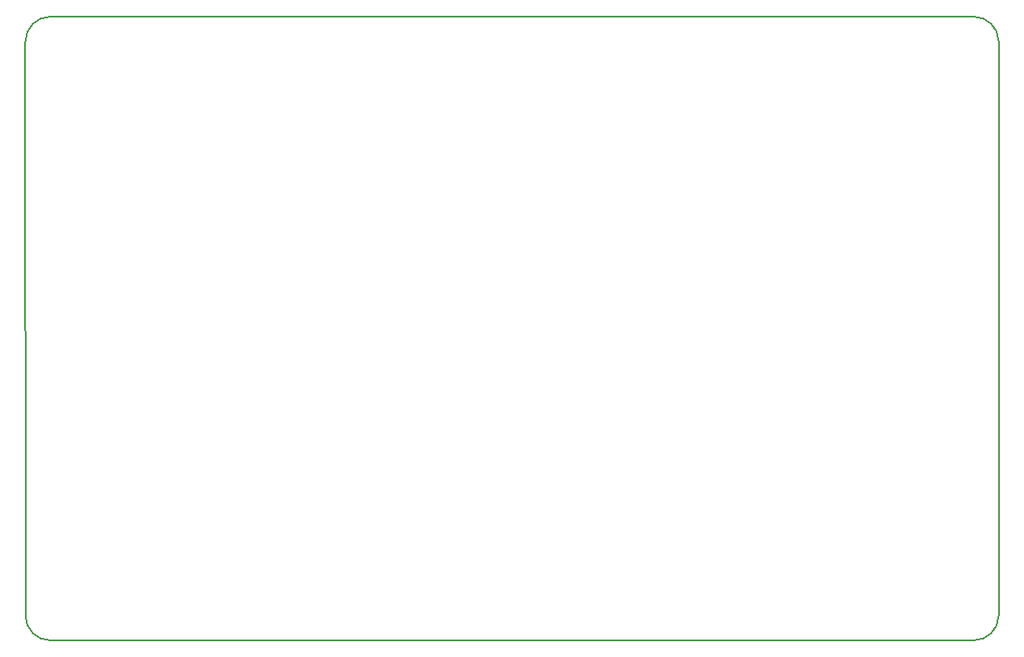
<source format=gbr>
%TF.GenerationSoftware,KiCad,Pcbnew,7.0.2*%
%TF.CreationDate,2023-08-08T23:25:05-03:00*%
%TF.ProjectId,USB Switch,55534220-5377-4697-9463-682e6b696361,rev?*%
%TF.SameCoordinates,Original*%
%TF.FileFunction,Profile,NP*%
%FSLAX46Y46*%
G04 Gerber Fmt 4.6, Leading zero omitted, Abs format (unit mm)*
G04 Created by KiCad (PCBNEW 7.0.2) date 2023-08-08 23:25:05*
%MOMM*%
%LPD*%
G01*
G04 APERTURE LIST*
%TA.AperFunction,Profile*%
%ADD10C,0.200000*%
%TD*%
G04 APERTURE END LIST*
D10*
X48338457Y-132080543D02*
G75*
G03*
X50878485Y-134620543I2540043J43D01*
G01*
X50873416Y-71121567D02*
X144780000Y-71120000D01*
X147320000Y-73660000D02*
X147320000Y-132080000D01*
X144780000Y-134620000D02*
G75*
G03*
X147320000Y-132080000I0J2540000D01*
G01*
X48338485Y-132080543D02*
X48333416Y-73661567D01*
X147320000Y-73660000D02*
G75*
G03*
X144780000Y-71120000I-2540000J0D01*
G01*
X144780000Y-134620000D02*
X50878485Y-134620543D01*
X50873416Y-71121566D02*
G75*
G03*
X48333416Y-73661567I4J-2540004D01*
G01*
M02*

</source>
